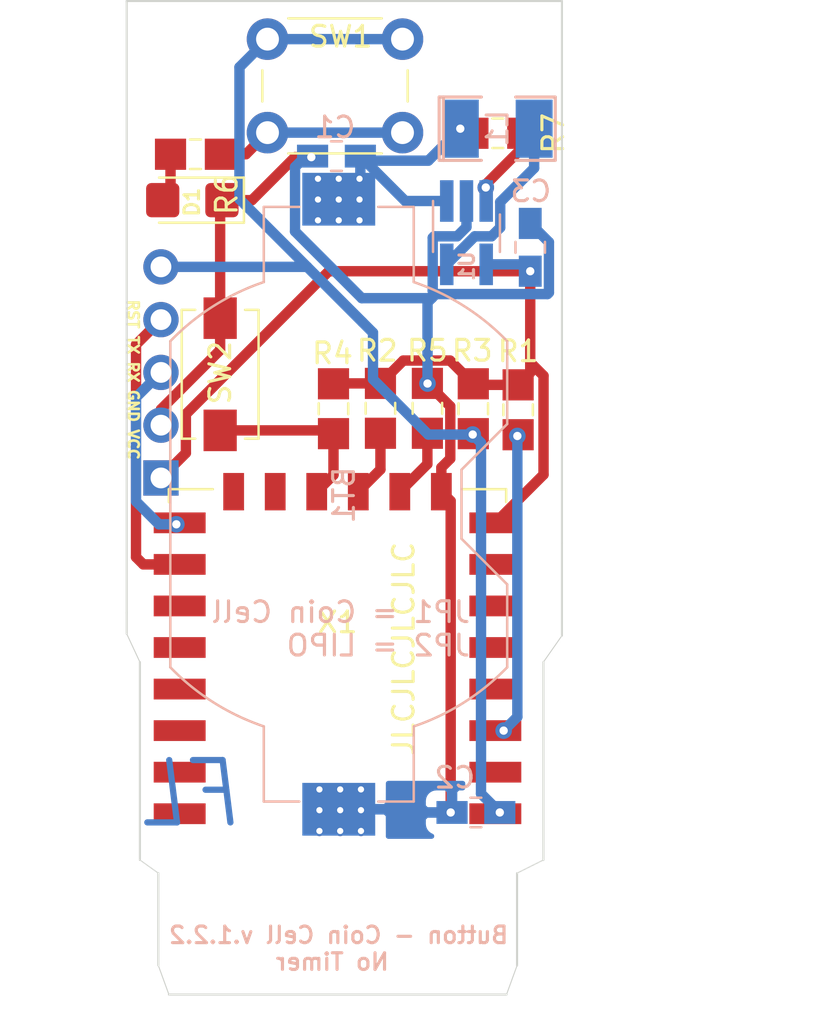
<source format=kicad_pcb>
(kicad_pcb (version 20171130) (host pcbnew "(5.1.9)-1")

  (general
    (thickness 1.6)
    (drawings 23)
    (tracks 140)
    (zones 0)
    (modules 18)
    (nets 15)
  )

  (page A4)
  (layers
    (0 F.Cu signal)
    (31 B.Cu signal)
    (32 B.Adhes user)
    (33 F.Adhes user)
    (34 B.Paste user)
    (35 F.Paste user)
    (36 B.SilkS user)
    (37 F.SilkS user)
    (38 B.Mask user)
    (39 F.Mask user)
    (40 Dwgs.User user)
    (41 Cmts.User user)
    (42 Eco1.User user)
    (43 Eco2.User user)
    (44 Edge.Cuts user)
    (45 Margin user)
    (46 B.CrtYd user hide)
    (47 F.CrtYd user hide)
    (48 B.Fab user hide)
    (49 F.Fab user)
  )

  (setup
    (last_trace_width 0.25)
    (user_trace_width 0.5)
    (trace_clearance 0.1)
    (zone_clearance 0.508)
    (zone_45_only no)
    (trace_min 0.2)
    (via_size 0.8)
    (via_drill 0.4)
    (via_min_size 0.4)
    (via_min_drill 0.3)
    (user_via 0.5 0.3)
    (uvia_size 0.3)
    (uvia_drill 0.1)
    (uvias_allowed no)
    (uvia_min_size 0.2)
    (uvia_min_drill 0.1)
    (edge_width 0.05)
    (segment_width 0.2)
    (pcb_text_width 0.3)
    (pcb_text_size 1.5 1.5)
    (mod_edge_width 0.12)
    (mod_text_size 1 1)
    (mod_text_width 0.15)
    (pad_size 1.524 1.524)
    (pad_drill 0.762)
    (pad_to_mask_clearance 0.051)
    (solder_mask_min_width 0.25)
    (aux_axis_origin 0 0)
    (visible_elements 7FFFFFFF)
    (pcbplotparams
      (layerselection 0x010fc_ffffffff)
      (usegerberextensions false)
      (usegerberattributes false)
      (usegerberadvancedattributes true)
      (creategerberjobfile false)
      (excludeedgelayer true)
      (linewidth 0.150000)
      (plotframeref false)
      (viasonmask false)
      (mode 1)
      (useauxorigin true)
      (hpglpennumber 1)
      (hpglpenspeed 20)
      (hpglpendiameter 15.000000)
      (psnegative false)
      (psa4output false)
      (plotreference true)
      (plotvalue true)
      (plotinvisibletext false)
      (padsonsilk false)
      (subtractmaskfromsilk false)
      (outputformat 1)
      (mirror false)
      (drillshape 0)
      (scaleselection 1)
      (outputdirectory "Gerber/"))
  )

  (net 0 "")
  (net 1 /VCC)
  (net 2 /GND)
  (net 3 /RST)
  (net 4 /RX)
  (net 5 /TX)
  (net 6 /EN)
  (net 7 /GPIO2)
  (net 8 /GPIO0)
  (net 9 "Net-(BT1-Pad1)")
  (net 10 "Net-(L1-Pad2)")
  (net 11 /GPIO15)
  (net 12 "Net-(R7-Pad2)")
  (net 13 "Net-(D1-Pad2)")
  (net 14 "Net-(R6-Pad2)")

  (net_class Default "This is the default net class."
    (clearance 0.1)
    (trace_width 0.25)
    (via_dia 0.8)
    (via_drill 0.4)
    (uvia_dia 0.3)
    (uvia_drill 0.1)
    (add_net /EN)
    (add_net /GND)
    (add_net /GPIO0)
    (add_net /GPIO15)
    (add_net /GPIO2)
    (add_net /RST)
    (add_net /RX)
    (add_net /TX)
    (add_net /VCC)
    (add_net "Net-(BT1-Pad1)")
    (add_net "Net-(D1-Pad2)")
    (add_net "Net-(L1-Pad2)")
    (add_net "Net-(R6-Pad2)")
    (add_net "Net-(R7-Pad2)")
  )

  (module RF_Module:ESP-12E (layer F.Cu) (tedit 60343609) (tstamp 603269A6)
    (at 125.72 90.16 180)
    (descr "Wi-Fi Module, http://wiki.ai-thinker.com/_media/esp8266/docs/aithinker_esp_12f_datasheet_en.pdf")
    (tags "Wi-Fi Module")
    (path /602C0443)
    (attr smd)
    (fp_text reference X1 (at 0 5.715 180) (layer F.SilkS)
      (effects (font (size 1 1) (thickness 0.15)))
    )
    (fp_text value ESP-12E (at -0.06 -12.78 180) (layer F.Fab)
      (effects (font (size 1 1) (thickness 0.15)))
    )
    (fp_line (start -8 -12) (end 8 -12) (layer F.Fab) (width 0.12))
    (fp_line (start 8 -12) (end 8 12) (layer F.Fab) (width 0.12))
    (fp_line (start 8 12) (end -8 12) (layer F.Fab) (width 0.12))
    (fp_line (start -8 12) (end -8 -3) (layer F.Fab) (width 0.12))
    (fp_line (start -8 -3) (end -7.5 -3.5) (layer F.Fab) (width 0.12))
    (fp_line (start -7.5 -3.5) (end -8 -4) (layer F.Fab) (width 0.12))
    (fp_line (start -8 -4) (end -8 -12) (layer F.Fab) (width 0.12))
    (fp_line (start -9.05 -12.2) (end 9.05 -12.2) (layer F.CrtYd) (width 0.05))
    (fp_line (start 9.05 -12.2) (end 9.05 13.1) (layer F.CrtYd) (width 0.05))
    (fp_line (start 9.05 13.1) (end -9.05 13.1) (layer F.CrtYd) (width 0.05))
    (fp_line (start -9.05 13.1) (end -9.05 -12.2) (layer F.CrtYd) (width 0.05))
    (fp_line (start 8.12 11.5) (end 8.12 12.12) (layer F.SilkS) (width 0.12))
    (fp_line (start 8.12 12.12) (end 6 12.12) (layer F.SilkS) (width 0.12))
    (fp_line (start -6 12.12) (end -8.12 12.12) (layer F.SilkS) (width 0.12))
    (fp_line (start -8.12 12.12) (end -8.12 11.5) (layer F.SilkS) (width 0.12))
    (fp_line (start -8.12 -12.12) (end 8.12 -12.12) (layer Dwgs.User) (width 0.12))
    (fp_line (start 8.12 -12.12) (end 8.12 -4.8) (layer Dwgs.User) (width 0.12))
    (fp_line (start 8.12 -4.8) (end -8.12 -4.8) (layer Dwgs.User) (width 0.12))
    (fp_line (start -8.12 -4.8) (end -8.12 -12.12) (layer Dwgs.User) (width 0.12))
    (fp_line (start -8.12 -9.12) (end -5.12 -12.12) (layer Dwgs.User) (width 0.12))
    (fp_line (start -8.12 -6.12) (end -2.12 -12.12) (layer Dwgs.User) (width 0.12))
    (fp_line (start -6.44 -4.8) (end 0.88 -12.12) (layer Dwgs.User) (width 0.12))
    (fp_line (start -3.44 -4.8) (end 3.88 -12.12) (layer Dwgs.User) (width 0.12))
    (fp_line (start -0.44 -4.8) (end 6.88 -12.12) (layer Dwgs.User) (width 0.12))
    (fp_line (start 2.56 -4.8) (end 8.12 -10.36) (layer Dwgs.User) (width 0.12))
    (fp_line (start 5.56 -4.8) (end 8.12 -7.36) (layer Dwgs.User) (width 0.12))
    (fp_text user %R (at 0.49 -0.8 180) (layer F.Fab)
      (effects (font (size 1 1) (thickness 0.15)))
    )
    (fp_text user "KEEP-OUT ZONE" (at 0.03 -9.55) (layer Cmts.User)
      (effects (font (size 1 1) (thickness 0.15)))
    )
    (fp_text user Antenna (at -0.06 -7) (layer Cmts.User)
      (effects (font (size 1 1) (thickness 0.15)))
    )
    (pad 22 smd rect (at 7.6 -3.5 180) (size 2.5 1) (layers F.Cu F.Paste F.Mask))
    (pad 21 smd rect (at 7.6 -1.5 180) (size 2.5 1) (layers F.Cu F.Paste F.Mask))
    (pad 20 smd rect (at 7.6 0.5 180) (size 2.5 1) (layers F.Cu F.Paste F.Mask))
    (pad 19 smd rect (at 7.6 2.5 180) (size 2.5 1) (layers F.Cu F.Paste F.Mask))
    (pad 18 smd rect (at 7.6 4.5 180) (size 2.5 1) (layers F.Cu F.Paste F.Mask))
    (pad 17 smd rect (at 7.6 6.5 180) (size 2.5 1) (layers F.Cu F.Paste F.Mask))
    (pad 16 smd rect (at 7.6 8.5 180) (size 2.5 1) (layers F.Cu F.Paste F.Mask)
      (net 5 /TX))
    (pad 15 smd rect (at 7.6 10.5 180) (size 2.5 1) (layers F.Cu F.Paste F.Mask)
      (net 4 /RX))
    (pad 14 smd rect (at 5 12 180) (size 1 1.8) (layers F.Cu F.Paste F.Mask))
    (pad 13 smd rect (at 3 12 180) (size 1 1.8) (layers F.Cu F.Paste F.Mask))
    (pad 12 smd rect (at 1 12 180) (size 1 1.8) (layers F.Cu F.Paste F.Mask)
      (net 8 /GPIO0))
    (pad 11 smd rect (at -1 12 180) (size 1 1.8) (layers F.Cu F.Paste F.Mask)
      (net 7 /GPIO2))
    (pad 10 smd rect (at -3 12 180) (size 1 1.8) (layers F.Cu F.Paste F.Mask)
      (net 11 /GPIO15))
    (pad 9 smd rect (at -5 12 180) (size 1 1.8) (layers F.Cu F.Paste F.Mask)
      (net 2 /GND))
    (pad 8 smd rect (at -7.6 10.5 180) (size 2.5 1) (layers F.Cu F.Paste F.Mask)
      (net 1 /VCC))
    (pad 7 smd rect (at -7.6 8.5 180) (size 2.5 1) (layers F.Cu F.Paste F.Mask))
    (pad 6 smd rect (at -7.6 6.5 180) (size 2.5 1) (layers F.Cu F.Paste F.Mask))
    (pad 5 smd rect (at -7.6 4.5 180) (size 2.5 1) (layers F.Cu F.Paste F.Mask))
    (pad 4 smd rect (at -7.6 2.5 180) (size 2.5 1) (layers F.Cu F.Paste F.Mask))
    (pad 3 smd rect (at -7.6 0.5 180) (size 2.5 1) (layers F.Cu F.Paste F.Mask)
      (net 6 /EN))
    (pad 2 smd rect (at -7.6 -1.5 180) (size 2.5 1) (layers F.Cu F.Paste F.Mask))
    (pad 1 smd rect (at -7.6 -3.5 180) (size 2.5 1) (layers F.Cu F.Paste F.Mask)
      (net 3 /RST))
    (model ${KISYS3DMOD}/RF_Module.3dshapes/ESP-12E.wrl
      (at (xyz 0 0 0))
      (scale (xyz 1 1 1))
      (rotate (xyz 0 0 0))
    )
  )

  (module handsolder:SMD-1210_Pol_inductor (layer B.Cu) (tedit 592F1991) (tstamp 60341854)
    (at 133.41 60.69)
    (tags "CMS SM")
    (path /602E234D)
    (attr smd)
    (fp_text reference L1 (at 0.015 -0.015 -90) (layer B.SilkS)
      (effects (font (size 1 1) (thickness 0.15)) (justify mirror))
    )
    (fp_text value "4.7 uH" (at 0 -0.762) (layer B.Fab)
      (effects (font (size 1 1) (thickness 0.15)) (justify mirror))
    )
    (fp_line (start -2.794 -1.524) (end -0.762 -1.524) (layer B.SilkS) (width 0.15))
    (fp_line (start -2.594 1.524) (end -2.594 -1.524) (layer B.SilkS) (width 0.15))
    (fp_line (start -0.762 1.524) (end -2.794 1.524) (layer B.SilkS) (width 0.15))
    (fp_line (start 2.794 1.524) (end 0.889 1.524) (layer B.SilkS) (width 0.15))
    (fp_line (start 2.794 -1.524) (end 2.794 1.524) (layer B.SilkS) (width 0.15))
    (fp_line (start 0.889 -1.524) (end 2.794 -1.524) (layer B.SilkS) (width 0.15))
    (fp_line (start -2.794 1.524) (end -2.794 -1.524) (layer B.SilkS) (width 0.15))
    (pad 1 smd rect (at -1.778 0) (size 1.778 2.794) (layers B.Cu B.Paste B.Mask)
      (net 9 "Net-(BT1-Pad1)") (zone_connect 2))
    (pad 2 smd rect (at 1.778 0) (size 1.778 2.794) (layers B.Cu B.Paste B.Mask)
      (net 10 "Net-(L1-Pad2)"))
    (model SMD_Packages.3dshapes/SMD-1210_Pol.wrl
      (at (xyz 0 0 0))
      (scale (xyz 0.2 0.2 0.2))
      (rotate (xyz 0 0 0))
    )
  )

  (module Connector_PinHeader_2.54mm:PinHeader_1x05_P2.54mm_Vertical (layer F.Cu) (tedit 6033F431) (tstamp 60326824)
    (at 117.22 77.5 180)
    (descr "Through hole straight pin header, 1x05, 2.54mm pitch, single row")
    (tags "Through hole pin header THT 1x05 2.54mm single row")
    (path /60301345)
    (fp_text reference J1 (at -2.6162 -0.9652 180) (layer F.SilkS) hide
      (effects (font (size 1 1) (thickness 0.15)))
    )
    (fp_text value Conn_01x05_Female (at 0.03 12.52 180) (layer F.Fab)
      (effects (font (size 1 1) (thickness 0.15)))
    )
    (fp_line (start -0.635 -1.27) (end 1.27 -1.27) (layer F.Fab) (width 0.1))
    (fp_line (start 1.27 -1.27) (end 1.27 11.43) (layer F.Fab) (width 0.1))
    (fp_line (start 1.27 11.43) (end -1.27 11.43) (layer F.Fab) (width 0.1))
    (fp_line (start -1.27 11.43) (end -1.27 -0.635) (layer F.Fab) (width 0.1))
    (fp_line (start -1.27 -0.635) (end -0.635 -1.27) (layer F.Fab) (width 0.1))
    (fp_line (start -1.8 -1.8) (end -1.8 11.95) (layer F.CrtYd) (width 0.05))
    (fp_line (start -1.8 11.95) (end 1.8 11.95) (layer F.CrtYd) (width 0.05))
    (fp_line (start 1.8 11.95) (end 1.8 -1.8) (layer F.CrtYd) (width 0.05))
    (fp_line (start 1.8 -1.8) (end -1.8 -1.8) (layer F.CrtYd) (width 0.05))
    (fp_text user %R (at 0 5.08 270) (layer F.Fab)
      (effects (font (size 1 1) (thickness 0.15)))
    )
    (pad 5 thru_hole oval (at 0 10.16 180) (size 1.7 1.7) (drill 1) (layers *.Cu *.Mask)
      (net 3 /RST))
    (pad 4 thru_hole oval (at 0 7.62 180) (size 1.7 1.7) (drill 1) (layers *.Cu *.Mask)
      (net 5 /TX))
    (pad 3 thru_hole oval (at 0 5.08 180) (size 1.7 1.7) (drill 1) (layers *.Cu *.Mask)
      (net 4 /RX))
    (pad 2 thru_hole oval (at 0 2.54 180) (size 1.7 1.7) (drill 1) (layers *.Cu *.Mask)
      (net 2 /GND))
    (pad 1 thru_hole rect (at 0 0 180) (size 1.7 1.7) (drill 1) (layers *.Cu *.Mask)
      (net 1 /VCC))
    (model ${KISYS3DMOD}/Connector_PinHeader_2.54mm.3dshapes/PinHeader_1x05_P2.54mm_Vertical.wrl
      (at (xyz 0 0 0))
      (scale (xyz 1 1 1))
      (rotate (xyz 0 0 0))
    )
  )

  (module handsolder:SOT-23-5_HandSolderingmod (layer B.Cu) (tedit 60023824) (tstamp 60329F06)
    (at 131.93 65.72 270)
    (descr "5-pin SOT23 package")
    (tags "SOT-23-5 hand-soldering")
    (path /6033543B)
    (attr smd)
    (fp_text reference U1 (at 1.58496 -0.02032 90) (layer B.SilkS)
      (effects (font (size 0.7 0.7) (thickness 0.15)) (justify mirror))
    )
    (fp_text value TPS61097A (at 10.287 -1.143 270) (layer B.SilkS) hide
      (effects (font (size 1 1) (thickness 0.15)) (justify mirror))
    )
    (fp_line (start -0.9 -1.61) (end 0.9 -1.61) (layer B.SilkS) (width 0.12))
    (fp_line (start 0.9 1.61) (end -1.55 1.61) (layer B.SilkS) (width 0.12))
    (fp_line (start -0.9 0.9) (end -0.25 1.55) (layer B.Fab) (width 0.1))
    (fp_line (start 0.9 1.55) (end -0.25 1.55) (layer B.Fab) (width 0.1))
    (fp_line (start -0.9 0.9) (end -0.9 -1.55) (layer B.Fab) (width 0.1))
    (fp_line (start 0.9 -1.55) (end -0.9 -1.55) (layer B.Fab) (width 0.1))
    (fp_line (start 0.9 1.55) (end 0.9 -1.55) (layer B.Fab) (width 0.1))
    (fp_line (start -2.38 1.8) (end 2.38 1.8) (layer B.CrtYd) (width 0.05))
    (fp_line (start -2.38 1.8) (end -2.38 -1.8) (layer B.CrtYd) (width 0.05))
    (fp_line (start 2.38 -1.8) (end 2.38 1.8) (layer B.CrtYd) (width 0.05))
    (fp_line (start 2.38 -1.8) (end -2.38 -1.8) (layer B.CrtYd) (width 0.05))
    (fp_text user %R (at 0 0) (layer B.Fab)
      (effects (font (size 0.5 0.5) (thickness 0.075)) (justify mirror))
    )
    (pad 5 smd rect (at 1.5 0.95 270) (size 2 0.65) (layers B.Cu B.Paste B.Mask)
      (net 10 "Net-(L1-Pad2)"))
    (pad 4 smd rect (at 1.5 -0.95 270) (size 2 0.65) (layers B.Cu B.Paste B.Mask)
      (net 1 /VCC))
    (pad 3 smd rect (at -1.55 -0.95 270) (size 2 0.65) (layers B.Cu B.Paste B.Mask)
      (net 12 "Net-(R7-Pad2)"))
    (pad 2 smd trapezoid (at -1.55 0 270) (size 2 0.65) (layers B.Cu B.Paste B.Mask)
      (net 2 /GND))
    (pad 1 smd rect (at -1.55 0.95 270) (size 2 0.65) (layers B.Cu B.Paste B.Mask)
      (net 9 "Net-(BT1-Pad1)"))
    (model ${KISYS3DMOD}/Package_TO_SOT_SMD.3dshapes/SOT-23-5.wrl
      (at (xyz 0 0 0))
      (scale (xyz 1 1 1))
      (rotate (xyz 0 0 0))
    )
  )

  (module handsolder:C_0805_2012handsodermod (layer B.Cu) (tedit 60326176) (tstamp 603267C3)
    (at 125.67 62.01)
    (descr "Capacitor SMD 0805 (2012 Metric), square (rectangular) end terminal, IPC_7351 nominal with elongated pad for handsoldering. (Body size source: https://docs.google.com/spreadsheets/d/1BsfQQcO9C6DZCsRaXUlFlo91Tg2WpOkGARC1WS5S8t0/edit?usp=sharing), generated with kicad-footprint-generator")
    (tags "capacitor handsolder")
    (path /602D0C1F)
    (attr smd)
    (fp_text reference C1 (at -0.07 -1.385 180) (layer B.SilkS)
      (effects (font (size 1 1) (thickness 0.15)) (justify mirror))
    )
    (fp_text value 10uF (at 0 -1.65 180) (layer B.Fab) hide
      (effects (font (size 1 1) (thickness 0.15)) (justify mirror))
    )
    (fp_line (start -1 -0.6) (end -1 0.6) (layer B.Fab) (width 0.1))
    (fp_line (start -1 0.6) (end 1 0.6) (layer B.Fab) (width 0.1))
    (fp_line (start 1 0.6) (end 1 -0.6) (layer B.Fab) (width 0.1))
    (fp_line (start 1 -0.6) (end -1 -0.6) (layer B.Fab) (width 0.1))
    (fp_line (start -0.261252 0.71) (end 0.261252 0.71) (layer B.SilkS) (width 0.12))
    (fp_line (start -0.261252 -0.71) (end 0.261252 -0.71) (layer B.SilkS) (width 0.12))
    (fp_line (start -2 -0.85) (end -2 0.85) (layer B.CrtYd) (width 0.05))
    (fp_line (start -2 0.85) (end 2.05 0.85) (layer B.CrtYd) (width 0.05))
    (fp_line (start 2.05 0.85) (end 2.05 -0.85) (layer B.CrtYd) (width 0.05))
    (fp_line (start 2.05 -0.85) (end -2 -0.85) (layer B.CrtYd) (width 0.05))
    (fp_text user %R (at 0 0 180) (layer B.Fab)
      (effects (font (size 0.5 0.5) (thickness 0.08)) (justify mirror))
    )
    (pad 2 smd rect (at 1.15 0) (size 1.5 1.1) (layers B.Cu B.Paste B.Mask)
      (net 9 "Net-(BT1-Pad1)"))
    (pad 1 smd rect (at -1.15 0) (size 1.5 1.1) (layers B.Cu B.Paste B.Mask)
      (net 2 /GND))
    (model ${KISYS3DMOD}/Capacitor_SMD.3dshapes/C_0805_2012Metric.wrl
      (at (xyz 0 0 0))
      (scale (xyz 1 1 1))
      (rotate (xyz 0 0 0))
    )
  )

  (module Button_Switch_SMD:SW_SPST_EVQPE1 (layer F.Cu) (tedit 5A02FC95) (tstamp 6032692A)
    (at 120.07 72.51 90)
    (descr "Light Touch Switch, https://industrial.panasonic.com/cdbs/www-data/pdf/ATK0000/ATK0000CE7.pdf")
    (path /602CDBD4)
    (attr smd)
    (fp_text reference SW2 (at 0.0762 0 90) (layer F.SilkS)
      (effects (font (size 1 1) (thickness 0.15)))
    )
    (fp_text value SW_Push (at 0 3 90) (layer F.Fab)
      (effects (font (size 1 1) (thickness 0.15)))
    )
    (fp_line (start 3 -1.75) (end 3 1.75) (layer F.Fab) (width 0.1))
    (fp_line (start 3 1.75) (end -3 1.75) (layer F.Fab) (width 0.1))
    (fp_line (start -3 1.75) (end -3 -1.75) (layer F.Fab) (width 0.1))
    (fp_line (start -3 -1.75) (end 3 -1.75) (layer F.Fab) (width 0.1))
    (fp_line (start -1.4 -0.7) (end 1.4 -0.7) (layer F.Fab) (width 0.1))
    (fp_line (start 1.4 -0.7) (end 1.4 0.7) (layer F.Fab) (width 0.1))
    (fp_line (start 1.4 0.7) (end -1.4 0.7) (layer F.Fab) (width 0.1))
    (fp_line (start -1.4 0.7) (end -1.4 -0.7) (layer F.Fab) (width 0.1))
    (fp_line (start -3.95 -2) (end 3.95 -2) (layer F.CrtYd) (width 0.05))
    (fp_line (start 3.95 -2) (end 3.95 2) (layer F.CrtYd) (width 0.05))
    (fp_line (start 3.95 2) (end -3.95 2) (layer F.CrtYd) (width 0.05))
    (fp_line (start -3.95 2) (end -3.95 -2) (layer F.CrtYd) (width 0.05))
    (fp_line (start 3.1 -1.85) (end 3.1 -1.2) (layer F.SilkS) (width 0.12))
    (fp_line (start 3.1 1.85) (end 3.1 1.2) (layer F.SilkS) (width 0.12))
    (fp_line (start -3.1 1.2) (end -3.1 1.85) (layer F.SilkS) (width 0.12))
    (fp_line (start -3.1 -1.85) (end -3.1 -1.2) (layer F.SilkS) (width 0.12))
    (fp_line (start 3.1 -1.85) (end -3.1 -1.85) (layer F.SilkS) (width 0.12))
    (fp_line (start -3.1 1.85) (end 3.1 1.85) (layer F.SilkS) (width 0.12))
    (fp_text user %R (at 0 -2.65 90) (layer F.Fab)
      (effects (font (size 1 1) (thickness 0.15)))
    )
    (pad 1 smd rect (at -2.7 0 90) (size 2 1.6) (layers F.Cu F.Paste F.Mask)
      (net 8 /GPIO0))
    (pad 2 smd rect (at 2.7 0 90) (size 2 1.6) (layers F.Cu F.Paste F.Mask)
      (net 2 /GND))
    (model ${KISYS3DMOD}/Button_Switch_SMD.3dshapes/SW_SPST_EVQPE1.wrl
      (at (xyz 0 0 0))
      (scale (xyz 1 1 1))
      (rotate (xyz 0 0 0))
    )
  )

  (module Button_Switch_THT:SW_PUSH_6mm (layer F.Cu) (tedit 5A02FE31) (tstamp 60326911)
    (at 122.35 56.38)
    (descr https://www.omron.com/ecb/products/pdf/en-b3f.pdf)
    (tags "tact sw push 6mm")
    (path /602CFCB7)
    (fp_text reference SW1 (at 3.52 -0.12) (layer F.SilkS)
      (effects (font (size 1 1) (thickness 0.15)))
    )
    (fp_text value SW_Push (at 3.75 6.7) (layer F.Fab)
      (effects (font (size 1 1) (thickness 0.15)))
    )
    (fp_line (start 3.25 -0.75) (end 6.25 -0.75) (layer F.Fab) (width 0.1))
    (fp_line (start 6.25 -0.75) (end 6.25 5.25) (layer F.Fab) (width 0.1))
    (fp_line (start 6.25 5.25) (end 0.25 5.25) (layer F.Fab) (width 0.1))
    (fp_line (start 0.25 5.25) (end 0.25 -0.75) (layer F.Fab) (width 0.1))
    (fp_line (start 0.25 -0.75) (end 3.25 -0.75) (layer F.Fab) (width 0.1))
    (fp_line (start 7.75 6) (end 8 6) (layer F.CrtYd) (width 0.05))
    (fp_line (start 8 6) (end 8 5.75) (layer F.CrtYd) (width 0.05))
    (fp_line (start 7.75 -1.5) (end 8 -1.5) (layer F.CrtYd) (width 0.05))
    (fp_line (start 8 -1.5) (end 8 -1.25) (layer F.CrtYd) (width 0.05))
    (fp_line (start -1.5 -1.25) (end -1.5 -1.5) (layer F.CrtYd) (width 0.05))
    (fp_line (start -1.5 -1.5) (end -1.25 -1.5) (layer F.CrtYd) (width 0.05))
    (fp_line (start -1.5 5.75) (end -1.5 6) (layer F.CrtYd) (width 0.05))
    (fp_line (start -1.5 6) (end -1.25 6) (layer F.CrtYd) (width 0.05))
    (fp_line (start -1.25 -1.5) (end 7.75 -1.5) (layer F.CrtYd) (width 0.05))
    (fp_line (start -1.5 5.75) (end -1.5 -1.25) (layer F.CrtYd) (width 0.05))
    (fp_line (start 7.75 6) (end -1.25 6) (layer F.CrtYd) (width 0.05))
    (fp_line (start 8 -1.25) (end 8 5.75) (layer F.CrtYd) (width 0.05))
    (fp_line (start 1 5.5) (end 5.5 5.5) (layer F.SilkS) (width 0.12))
    (fp_line (start -0.25 1.5) (end -0.25 3) (layer F.SilkS) (width 0.12))
    (fp_line (start 5.5 -1) (end 1 -1) (layer F.SilkS) (width 0.12))
    (fp_line (start 6.75 3) (end 6.75 1.5) (layer F.SilkS) (width 0.12))
    (fp_circle (center 3.25 2.25) (end 1.25 2.5) (layer F.Fab) (width 0.1))
    (fp_text user %R (at 3.25 2.25) (layer F.Fab)
      (effects (font (size 1 1) (thickness 0.15)))
    )
    (pad 1 thru_hole circle (at 6.5 0 90) (size 2 2) (drill 1.1) (layers *.Cu *.Mask)
      (net 3 /RST))
    (pad 2 thru_hole circle (at 6.5 4.5 90) (size 2 2) (drill 1.1) (layers *.Cu *.Mask)
      (net 14 "Net-(R6-Pad2)"))
    (pad 1 thru_hole circle (at 0 0 90) (size 2 2) (drill 1.1) (layers *.Cu *.Mask)
      (net 3 /RST))
    (pad 2 thru_hole circle (at 0 4.5 90) (size 2 2) (drill 1.1) (layers *.Cu *.Mask)
      (net 14 "Net-(R6-Pad2)"))
    (model ${KISYS3DMOD}/Button_Switch_THT.3dshapes/SW_PUSH_6mm.wrl
      (at (xyz 0 0 0))
      (scale (xyz 1 1 1))
      (rotate (xyz 0 0 0))
    )
  )

  (module handsolder:R_0805_2012handsoldermod (layer F.Cu) (tedit 60004565) (tstamp 603268D0)
    (at 133.44 60.91)
    (descr "Resistor SMD 0805 (2012 Metric), square (rectangular) end terminal, IPC_7351 nominal with elongated pad for handsoldering. (Body size source: https://docs.google.com/spreadsheets/d/1BsfQQcO9C6DZCsRaXUlFlo91Tg2WpOkGARC1WS5S8t0/edit?usp=sharing), generated with kicad-footprint-generator")
    (tags "resistor handsolder")
    (path /602F7A06)
    (attr smd)
    (fp_text reference R7 (at 2.667 0 270) (layer F.SilkS)
      (effects (font (size 1 1) (thickness 0.15)))
    )
    (fp_text value 100k (at 0 1.65) (layer F.Fab) hide
      (effects (font (size 1 1) (thickness 0.15)))
    )
    (fp_line (start -1 0.6) (end -1 -0.6) (layer F.Fab) (width 0.1))
    (fp_line (start -1 -0.6) (end 1 -0.6) (layer F.Fab) (width 0.1))
    (fp_line (start 1 -0.6) (end 1 0.6) (layer F.Fab) (width 0.1))
    (fp_line (start 1 0.6) (end -1 0.6) (layer F.Fab) (width 0.1))
    (fp_line (start -0.261252 -0.71) (end 0.261252 -0.71) (layer F.SilkS) (width 0.12))
    (fp_line (start -0.261252 0.71) (end 0.261252 0.71) (layer F.SilkS) (width 0.12))
    (fp_line (start -2.05 0.95) (end -2.05 -0.95) (layer F.CrtYd) (width 0.05))
    (fp_line (start -2.05 -0.95) (end 2.05 -0.95) (layer F.CrtYd) (width 0.05))
    (fp_line (start 2.05 -0.95) (end 2.05 0.95) (layer F.CrtYd) (width 0.05))
    (fp_line (start 2.05 0.95) (end -2.05 0.95) (layer F.CrtYd) (width 0.05))
    (fp_text user %R (at 0 0) (layer F.Fab)
      (effects (font (size 0.5 0.5) (thickness 0.08)))
    )
    (pad 2 smd rect (at 1.2 0) (size 1.5 1.5) (layers F.Cu F.Paste F.Mask)
      (net 12 "Net-(R7-Pad2)"))
    (pad 1 smd rect (at -1.2 0) (size 1.5 1.5) (layers F.Cu F.Paste F.Mask)
      (net 9 "Net-(BT1-Pad1)"))
    (model ${KISYS3DMOD}/Resistor_SMD.3dshapes/R_0805_2012Metric.wrl
      (at (xyz 0 0 0))
      (scale (xyz 1 1 1))
      (rotate (xyz 0 0 0))
    )
  )

  (module handsolder:R_0805_2012handsoldermod (layer F.Cu) (tedit 60004565) (tstamp 603268BF)
    (at 118.88 61.92)
    (descr "Resistor SMD 0805 (2012 Metric), square (rectangular) end terminal, IPC_7351 nominal with elongated pad for handsoldering. (Body size source: https://docs.google.com/spreadsheets/d/1BsfQQcO9C6DZCsRaXUlFlo91Tg2WpOkGARC1WS5S8t0/edit?usp=sharing), generated with kicad-footprint-generator")
    (tags "resistor handsolder")
    (path /602D454A)
    (attr smd)
    (fp_text reference R6 (at 1.5035 1.94 270) (layer F.SilkS)
      (effects (font (size 1 1) (thickness 0.15)))
    )
    (fp_text value 1k (at 0 1.65) (layer F.Fab) hide
      (effects (font (size 1 1) (thickness 0.15)))
    )
    (fp_line (start -1 0.6) (end -1 -0.6) (layer F.Fab) (width 0.1))
    (fp_line (start -1 -0.6) (end 1 -0.6) (layer F.Fab) (width 0.1))
    (fp_line (start 1 -0.6) (end 1 0.6) (layer F.Fab) (width 0.1))
    (fp_line (start 1 0.6) (end -1 0.6) (layer F.Fab) (width 0.1))
    (fp_line (start -0.261252 -0.71) (end 0.261252 -0.71) (layer F.SilkS) (width 0.12))
    (fp_line (start -0.261252 0.71) (end 0.261252 0.71) (layer F.SilkS) (width 0.12))
    (fp_line (start -2.05 0.95) (end -2.05 -0.95) (layer F.CrtYd) (width 0.05))
    (fp_line (start -2.05 -0.95) (end 2.05 -0.95) (layer F.CrtYd) (width 0.05))
    (fp_line (start 2.05 -0.95) (end 2.05 0.95) (layer F.CrtYd) (width 0.05))
    (fp_line (start 2.05 0.95) (end -2.05 0.95) (layer F.CrtYd) (width 0.05))
    (fp_text user %R (at 0 0 180) (layer F.Fab)
      (effects (font (size 0.5 0.5) (thickness 0.08)))
    )
    (pad 2 smd rect (at 1.2 0) (size 1.5 1.5) (layers F.Cu F.Paste F.Mask)
      (net 14 "Net-(R6-Pad2)"))
    (pad 1 smd rect (at -1.2 0) (size 1.5 1.5) (layers F.Cu F.Paste F.Mask)
      (net 13 "Net-(D1-Pad2)"))
    (model ${KISYS3DMOD}/Resistor_SMD.3dshapes/R_0805_2012Metric.wrl
      (at (xyz 0 0 0))
      (scale (xyz 1 1 1))
      (rotate (xyz 0 0 0))
    )
  )

  (module handsolder:R_0805_2012handsoldermod (layer F.Cu) (tedit 60004565) (tstamp 603268AE)
    (at 130.048 74.1488 270)
    (descr "Resistor SMD 0805 (2012 Metric), square (rectangular) end terminal, IPC_7351 nominal with elongated pad for handsoldering. (Body size source: https://docs.google.com/spreadsheets/d/1BsfQQcO9C6DZCsRaXUlFlo91Tg2WpOkGARC1WS5S8t0/edit?usp=sharing), generated with kicad-footprint-generator")
    (tags "resistor handsolder")
    (path /602CA91E)
    (attr smd)
    (fp_text reference R5 (at -2.7748 0 180) (layer F.SilkS)
      (effects (font (size 1 1) (thickness 0.15)))
    )
    (fp_text value 4.7k (at 0 1.65 90) (layer F.Fab) hide
      (effects (font (size 1 1) (thickness 0.15)))
    )
    (fp_line (start -1 0.6) (end -1 -0.6) (layer F.Fab) (width 0.1))
    (fp_line (start -1 -0.6) (end 1 -0.6) (layer F.Fab) (width 0.1))
    (fp_line (start 1 -0.6) (end 1 0.6) (layer F.Fab) (width 0.1))
    (fp_line (start 1 0.6) (end -1 0.6) (layer F.Fab) (width 0.1))
    (fp_line (start -0.261252 -0.71) (end 0.261252 -0.71) (layer F.SilkS) (width 0.12))
    (fp_line (start -0.261252 0.71) (end 0.261252 0.71) (layer F.SilkS) (width 0.12))
    (fp_line (start -2.05 0.95) (end -2.05 -0.95) (layer F.CrtYd) (width 0.05))
    (fp_line (start -2.05 -0.95) (end 2.05 -0.95) (layer F.CrtYd) (width 0.05))
    (fp_line (start 2.05 -0.95) (end 2.05 0.95) (layer F.CrtYd) (width 0.05))
    (fp_line (start 2.05 0.95) (end -2.05 0.95) (layer F.CrtYd) (width 0.05))
    (fp_text user %R (at 0 0 90) (layer F.Fab)
      (effects (font (size 0.5 0.5) (thickness 0.08)))
    )
    (pad 2 smd rect (at 1.2 0 270) (size 1.5 1.5) (layers F.Cu F.Paste F.Mask)
      (net 11 /GPIO15))
    (pad 1 smd rect (at -1.2 0 270) (size 1.5 1.5) (layers F.Cu F.Paste F.Mask)
      (net 2 /GND))
    (model ${KISYS3DMOD}/Resistor_SMD.3dshapes/R_0805_2012Metric.wrl
      (at (xyz 0 0 0))
      (scale (xyz 1 1 1))
      (rotate (xyz 0 0 0))
    )
  )

  (module handsolder:R_0805_2012handsoldermod (layer F.Cu) (tedit 60004565) (tstamp 6032689D)
    (at 125.5268 74.168 270)
    (descr "Resistor SMD 0805 (2012 Metric), square (rectangular) end terminal, IPC_7351 nominal with elongated pad for handsoldering. (Body size source: https://docs.google.com/spreadsheets/d/1BsfQQcO9C6DZCsRaXUlFlo91Tg2WpOkGARC1WS5S8t0/edit?usp=sharing), generated with kicad-footprint-generator")
    (tags "resistor handsolder")
    (path /602CA541)
    (attr smd)
    (fp_text reference R4 (at -2.668 0.0468 180) (layer F.SilkS)
      (effects (font (size 1 1) (thickness 0.15)))
    )
    (fp_text value 10k (at 0 1.65 90) (layer F.Fab) hide
      (effects (font (size 1 1) (thickness 0.15)))
    )
    (fp_line (start -1 0.6) (end -1 -0.6) (layer F.Fab) (width 0.1))
    (fp_line (start -1 -0.6) (end 1 -0.6) (layer F.Fab) (width 0.1))
    (fp_line (start 1 -0.6) (end 1 0.6) (layer F.Fab) (width 0.1))
    (fp_line (start 1 0.6) (end -1 0.6) (layer F.Fab) (width 0.1))
    (fp_line (start -0.261252 -0.71) (end 0.261252 -0.71) (layer F.SilkS) (width 0.12))
    (fp_line (start -0.261252 0.71) (end 0.261252 0.71) (layer F.SilkS) (width 0.12))
    (fp_line (start -2.05 0.95) (end -2.05 -0.95) (layer F.CrtYd) (width 0.05))
    (fp_line (start -2.05 -0.95) (end 2.05 -0.95) (layer F.CrtYd) (width 0.05))
    (fp_line (start 2.05 -0.95) (end 2.05 0.95) (layer F.CrtYd) (width 0.05))
    (fp_line (start 2.05 0.95) (end -2.05 0.95) (layer F.CrtYd) (width 0.05))
    (fp_text user %R (at 0 0 90) (layer F.Fab)
      (effects (font (size 0.5 0.5) (thickness 0.08)))
    )
    (pad 2 smd rect (at 1.2 0 270) (size 1.5 1.5) (layers F.Cu F.Paste F.Mask)
      (net 8 /GPIO0))
    (pad 1 smd rect (at -1.2 0 270) (size 1.5 1.5) (layers F.Cu F.Paste F.Mask)
      (net 1 /VCC))
    (model ${KISYS3DMOD}/Resistor_SMD.3dshapes/R_0805_2012Metric.wrl
      (at (xyz 0 0 0))
      (scale (xyz 1 1 1))
      (rotate (xyz 0 0 0))
    )
  )

  (module handsolder:R_0805_2012handsoldermod (layer F.Cu) (tedit 60004565) (tstamp 6032688C)
    (at 132.2578 74.168 270)
    (descr "Resistor SMD 0805 (2012 Metric), square (rectangular) end terminal, IPC_7351 nominal with elongated pad for handsoldering. (Body size source: https://docs.google.com/spreadsheets/d/1BsfQQcO9C6DZCsRaXUlFlo91Tg2WpOkGARC1WS5S8t0/edit?usp=sharing), generated with kicad-footprint-generator")
    (tags "resistor handsolder")
    (path /602C7954)
    (attr smd)
    (fp_text reference R3 (at -2.794 0.0508 180) (layer F.SilkS)
      (effects (font (size 1 1) (thickness 0.15)))
    )
    (fp_text value 10k (at 0 1.65 90) (layer F.Fab) hide
      (effects (font (size 1 1) (thickness 0.15)))
    )
    (fp_line (start -1 0.6) (end -1 -0.6) (layer F.Fab) (width 0.1))
    (fp_line (start -1 -0.6) (end 1 -0.6) (layer F.Fab) (width 0.1))
    (fp_line (start 1 -0.6) (end 1 0.6) (layer F.Fab) (width 0.1))
    (fp_line (start 1 0.6) (end -1 0.6) (layer F.Fab) (width 0.1))
    (fp_line (start -0.261252 -0.71) (end 0.261252 -0.71) (layer F.SilkS) (width 0.12))
    (fp_line (start -0.261252 0.71) (end 0.261252 0.71) (layer F.SilkS) (width 0.12))
    (fp_line (start -2.05 0.95) (end -2.05 -0.95) (layer F.CrtYd) (width 0.05))
    (fp_line (start -2.05 -0.95) (end 2.05 -0.95) (layer F.CrtYd) (width 0.05))
    (fp_line (start 2.05 -0.95) (end 2.05 0.95) (layer F.CrtYd) (width 0.05))
    (fp_line (start 2.05 0.95) (end -2.05 0.95) (layer F.CrtYd) (width 0.05))
    (fp_text user %R (at 0 0 90) (layer F.Fab)
      (effects (font (size 0.5 0.5) (thickness 0.08)))
    )
    (pad 2 smd rect (at 1.2 0 270) (size 1.5 1.5) (layers F.Cu F.Paste F.Mask)
      (net 3 /RST))
    (pad 1 smd rect (at -1.2 0 270) (size 1.5 1.5) (layers F.Cu F.Paste F.Mask)
      (net 1 /VCC))
    (model ${KISYS3DMOD}/Resistor_SMD.3dshapes/R_0805_2012Metric.wrl
      (at (xyz 0 0 0))
      (scale (xyz 1 1 1))
      (rotate (xyz 0 0 0))
    )
  )

  (module handsolder:R_0805_2012handsoldermod (layer F.Cu) (tedit 60004565) (tstamp 6032687B)
    (at 127.7874 74.1488 270)
    (descr "Resistor SMD 0805 (2012 Metric), square (rectangular) end terminal, IPC_7351 nominal with elongated pad for handsoldering. (Body size source: https://docs.google.com/spreadsheets/d/1BsfQQcO9C6DZCsRaXUlFlo91Tg2WpOkGARC1WS5S8t0/edit?usp=sharing), generated with kicad-footprint-generator")
    (tags "resistor handsolder")
    (path /602CC605)
    (attr smd)
    (fp_text reference R2 (at -2.7748 0.1524 180) (layer F.SilkS)
      (effects (font (size 1 1) (thickness 0.15)))
    )
    (fp_text value 10k (at 0 1.65 90) (layer F.Fab) hide
      (effects (font (size 1 1) (thickness 0.15)))
    )
    (fp_line (start -1 0.6) (end -1 -0.6) (layer F.Fab) (width 0.1))
    (fp_line (start -1 -0.6) (end 1 -0.6) (layer F.Fab) (width 0.1))
    (fp_line (start 1 -0.6) (end 1 0.6) (layer F.Fab) (width 0.1))
    (fp_line (start 1 0.6) (end -1 0.6) (layer F.Fab) (width 0.1))
    (fp_line (start -0.261252 -0.71) (end 0.261252 -0.71) (layer F.SilkS) (width 0.12))
    (fp_line (start -0.261252 0.71) (end 0.261252 0.71) (layer F.SilkS) (width 0.12))
    (fp_line (start -2.05 0.95) (end -2.05 -0.95) (layer F.CrtYd) (width 0.05))
    (fp_line (start -2.05 -0.95) (end 2.05 -0.95) (layer F.CrtYd) (width 0.05))
    (fp_line (start 2.05 -0.95) (end 2.05 0.95) (layer F.CrtYd) (width 0.05))
    (fp_line (start 2.05 0.95) (end -2.05 0.95) (layer F.CrtYd) (width 0.05))
    (fp_text user %R (at 0 0 90) (layer F.Fab)
      (effects (font (size 0.5 0.5) (thickness 0.08)))
    )
    (pad 2 smd rect (at 1.2 0 270) (size 1.5 1.5) (layers F.Cu F.Paste F.Mask)
      (net 7 /GPIO2))
    (pad 1 smd rect (at -1.2 0 270) (size 1.5 1.5) (layers F.Cu F.Paste F.Mask)
      (net 1 /VCC))
    (model ${KISYS3DMOD}/Resistor_SMD.3dshapes/R_0805_2012Metric.wrl
      (at (xyz 0 0 0))
      (scale (xyz 1 1 1))
      (rotate (xyz 0 0 0))
    )
  )

  (module handsolder:R_0805_2012handsoldermod (layer F.Cu) (tedit 60004565) (tstamp 6032686A)
    (at 134.4168 74.2188 270)
    (descr "Resistor SMD 0805 (2012 Metric), square (rectangular) end terminal, IPC_7351 nominal with elongated pad for handsoldering. (Body size source: https://docs.google.com/spreadsheets/d/1BsfQQcO9C6DZCsRaXUlFlo91Tg2WpOkGARC1WS5S8t0/edit?usp=sharing), generated with kicad-footprint-generator")
    (tags "resistor handsolder")
    (path /602C727C)
    (attr smd)
    (fp_text reference R1 (at -2.8194 0 180) (layer F.SilkS)
      (effects (font (size 1 1) (thickness 0.15)))
    )
    (fp_text value 10k (at 0 1.65 90) (layer F.Fab) hide
      (effects (font (size 1 1) (thickness 0.15)))
    )
    (fp_line (start -1 0.6) (end -1 -0.6) (layer F.Fab) (width 0.1))
    (fp_line (start -1 -0.6) (end 1 -0.6) (layer F.Fab) (width 0.1))
    (fp_line (start 1 -0.6) (end 1 0.6) (layer F.Fab) (width 0.1))
    (fp_line (start 1 0.6) (end -1 0.6) (layer F.Fab) (width 0.1))
    (fp_line (start -0.261252 -0.71) (end 0.261252 -0.71) (layer F.SilkS) (width 0.12))
    (fp_line (start -0.261252 0.71) (end 0.261252 0.71) (layer F.SilkS) (width 0.12))
    (fp_line (start -2.05 0.95) (end -2.05 -0.95) (layer F.CrtYd) (width 0.05))
    (fp_line (start -2.05 -0.95) (end 2.05 -0.95) (layer F.CrtYd) (width 0.05))
    (fp_line (start 2.05 -0.95) (end 2.05 0.95) (layer F.CrtYd) (width 0.05))
    (fp_line (start 2.05 0.95) (end -2.05 0.95) (layer F.CrtYd) (width 0.05))
    (fp_text user %R (at 0 0 90) (layer F.Fab)
      (effects (font (size 0.5 0.5) (thickness 0.08)))
    )
    (pad 2 smd rect (at 1.2 0 270) (size 1.5 1.5) (layers F.Cu F.Paste F.Mask)
      (net 6 /EN))
    (pad 1 smd rect (at -1.2 0 270) (size 1.5 1.5) (layers F.Cu F.Paste F.Mask)
      (net 1 /VCC))
    (model ${KISYS3DMOD}/Resistor_SMD.3dshapes/R_0805_2012Metric.wrl
      (at (xyz 0 0 0))
      (scale (xyz 1 1 1))
      (rotate (xyz 0 0 0))
    )
  )

  (module LED_SMD:LED_1206_3216Metric_Castellated (layer F.Cu) (tedit 5F68FEF1) (tstamp 603267F8)
    (at 118.73 64.13 180)
    (descr "LED SMD 1206 (3216 Metric), castellated end terminal, IPC_7351 nominal, (Body size source: http://www.tortai-tech.com/upload/download/2011102023233369053.pdf), generated with kicad-footprint-generator")
    (tags "LED castellated")
    (path /602D28D1)
    (attr smd)
    (fp_text reference D1 (at 0.0176 -0.0922 90) (layer F.SilkS)
      (effects (font (size 0.7 0.7) (thickness 0.15)))
    )
    (fp_text value LED (at 0 1.78) (layer F.Fab)
      (effects (font (size 1 1) (thickness 0.15)))
    )
    (fp_line (start 1.6 -0.8) (end -1.2 -0.8) (layer F.Fab) (width 0.1))
    (fp_line (start -1.2 -0.8) (end -1.6 -0.4) (layer F.Fab) (width 0.1))
    (fp_line (start -1.6 -0.4) (end -1.6 0.8) (layer F.Fab) (width 0.1))
    (fp_line (start -1.6 0.8) (end 1.6 0.8) (layer F.Fab) (width 0.1))
    (fp_line (start 1.6 0.8) (end 1.6 -0.8) (layer F.Fab) (width 0.1))
    (fp_line (start 1.6 -1.085) (end -2.485 -1.085) (layer F.SilkS) (width 0.12))
    (fp_line (start -2.485 -1.085) (end -2.485 1.085) (layer F.SilkS) (width 0.12))
    (fp_line (start -2.485 1.085) (end 1.6 1.085) (layer F.SilkS) (width 0.12))
    (fp_line (start -2.48 1.08) (end -2.48 -1.08) (layer F.CrtYd) (width 0.05))
    (fp_line (start -2.48 -1.08) (end 2.48 -1.08) (layer F.CrtYd) (width 0.05))
    (fp_line (start 2.48 -1.08) (end 2.48 1.08) (layer F.CrtYd) (width 0.05))
    (fp_line (start 2.48 1.08) (end -2.48 1.08) (layer F.CrtYd) (width 0.05))
    (fp_text user %R (at 0 0) (layer F.Fab)
      (effects (font (size 0.8 0.8) (thickness 0.12)))
    )
    (pad 2 smd roundrect (at 1.425 0 180) (size 1.6 1.65) (layers F.Cu F.Paste F.Mask) (roundrect_rratio 0.15625)
      (net 13 "Net-(D1-Pad2)"))
    (pad 1 smd roundrect (at -1.425 0 180) (size 1.6 1.65) (layers F.Cu F.Paste F.Mask) (roundrect_rratio 0.15625)
      (net 2 /GND))
    (model ${KISYS3DMOD}/LED_SMD.3dshapes/LED_1206_3216Metric_Castellated.wrl
      (at (xyz 0 0 0))
      (scale (xyz 1 1 1))
      (rotate (xyz 0 0 0))
    )
  )

  (module handsolder:C_0805_2012handsodermod (layer B.Cu) (tedit 60004493) (tstamp 603267E5)
    (at 135 66.4 90)
    (descr "Capacitor SMD 0805 (2012 Metric), square (rectangular) end terminal, IPC_7351 nominal with elongated pad for handsoldering. (Body size source: https://docs.google.com/spreadsheets/d/1BsfQQcO9C6DZCsRaXUlFlo91Tg2WpOkGARC1WS5S8t0/edit?usp=sharing), generated with kicad-footprint-generator")
    (tags "capacitor handsolder")
    (path /602E3D4A)
    (attr smd)
    (fp_text reference C3 (at 2.7 0.03 180) (layer B.SilkS)
      (effects (font (size 1 1) (thickness 0.15)) (justify mirror))
    )
    (fp_text value 10uF (at 0 -1.65 90) (layer B.Fab) hide
      (effects (font (size 1 1) (thickness 0.15)) (justify mirror))
    )
    (fp_line (start -1 -0.6) (end -1 0.6) (layer B.Fab) (width 0.1))
    (fp_line (start -1 0.6) (end 1 0.6) (layer B.Fab) (width 0.1))
    (fp_line (start 1 0.6) (end 1 -0.6) (layer B.Fab) (width 0.1))
    (fp_line (start 1 -0.6) (end -1 -0.6) (layer B.Fab) (width 0.1))
    (fp_line (start -0.261252 0.71) (end 0.261252 0.71) (layer B.SilkS) (width 0.12))
    (fp_line (start -0.261252 -0.71) (end 0.261252 -0.71) (layer B.SilkS) (width 0.12))
    (fp_line (start -2 -0.95) (end -2 0.95) (layer B.CrtYd) (width 0.05))
    (fp_line (start -2 0.95) (end 2.05 0.95) (layer B.CrtYd) (width 0.05))
    (fp_line (start 2.05 0.95) (end 2.05 -0.95) (layer B.CrtYd) (width 0.05))
    (fp_line (start 2.05 -0.95) (end -2 -0.95) (layer B.CrtYd) (width 0.05))
    (fp_text user %R (at 0 0 90) (layer B.Fab)
      (effects (font (size 0.5 0.5) (thickness 0.08)) (justify mirror))
    )
    (pad 2 smd rect (at 1.15 0 90) (size 1.5 1.1) (layers B.Cu B.Paste B.Mask)
      (net 2 /GND))
    (pad 1 smd rect (at -1.15 0 90) (size 1.5 1.1) (layers B.Cu B.Paste B.Mask)
      (net 1 /VCC))
    (model ${KISYS3DMOD}/Capacitor_SMD.3dshapes/C_0805_2012Metric.wrl
      (at (xyz 0 0 0))
      (scale (xyz 1 1 1))
      (rotate (xyz 0 0 0))
    )
  )

  (module handsolder:C_0805_2012handsodermod (layer B.Cu) (tedit 60004493) (tstamp 603267D4)
    (at 132.3848 93.599)
    (descr "Capacitor SMD 0805 (2012 Metric), square (rectangular) end terminal, IPC_7351 nominal with elongated pad for handsoldering. (Body size source: https://docs.google.com/spreadsheets/d/1BsfQQcO9C6DZCsRaXUlFlo91Tg2WpOkGARC1WS5S8t0/edit?usp=sharing), generated with kicad-footprint-generator")
    (tags "capacitor handsolder")
    (path /602C896A)
    (attr smd)
    (fp_text reference C2 (at -1.016 -1.6764) (layer B.SilkS)
      (effects (font (size 1 1) (thickness 0.15)) (justify mirror))
    )
    (fp_text value 100nF (at 0 -1.65) (layer B.Fab) hide
      (effects (font (size 1 1) (thickness 0.15)) (justify mirror))
    )
    (fp_line (start -1 -0.6) (end -1 0.6) (layer B.Fab) (width 0.1))
    (fp_line (start -1 0.6) (end 1 0.6) (layer B.Fab) (width 0.1))
    (fp_line (start 1 0.6) (end 1 -0.6) (layer B.Fab) (width 0.1))
    (fp_line (start 1 -0.6) (end -1 -0.6) (layer B.Fab) (width 0.1))
    (fp_line (start -0.261252 0.71) (end 0.261252 0.71) (layer B.SilkS) (width 0.12))
    (fp_line (start -0.261252 -0.71) (end 0.261252 -0.71) (layer B.SilkS) (width 0.12))
    (fp_line (start -2 -0.95) (end -2 0.95) (layer B.CrtYd) (width 0.05))
    (fp_line (start -2 0.95) (end 2.05 0.95) (layer B.CrtYd) (width 0.05))
    (fp_line (start 2.05 0.95) (end 2.05 -0.95) (layer B.CrtYd) (width 0.05))
    (fp_line (start 2.05 -0.95) (end -2 -0.95) (layer B.CrtYd) (width 0.05))
    (fp_text user %R (at 0 0) (layer B.Fab)
      (effects (font (size 0.5 0.5) (thickness 0.08)) (justify mirror))
    )
    (pad 2 smd rect (at 1.15 0) (size 1.5 1.1) (layers B.Cu B.Paste B.Mask)
      (net 3 /RST))
    (pad 1 smd rect (at -1.15 0) (size 1.5 1.1) (layers B.Cu B.Paste B.Mask)
      (net 2 /GND))
    (model ${KISYS3DMOD}/Capacitor_SMD.3dshapes/C_0805_2012Metric.wrl
      (at (xyz 0 0 0))
      (scale (xyz 1 1 1))
      (rotate (xyz 0 0 0))
    )
  )

  (module Battery:BatteryHolder_Keystone_1058_1x2032 (layer B.Cu) (tedit 589EE147) (tstamp 60326788)
    (at 125.7808 78.7642 270)
    (descr http://www.keyelco.com/product-pdf.cfm?p=14028)
    (tags "Keystone type 1058 coin cell retainer")
    (path /602C3B33)
    (attr smd)
    (fp_text reference BT1 (at -0.44076 -0.24892 270) (layer B.SilkS)
      (effects (font (size 1 1) (thickness 0.15)) (justify mirror))
    )
    (fp_text value Battery_Cell (at 0 9.398 270) (layer B.Fab)
      (effects (font (size 1 1) (thickness 0.15)) (justify mirror))
    )
    (fp_line (start 11.06 -4.11) (end 16.45 -4.11) (layer B.CrtYd) (width 0.05))
    (fp_line (start 16.45 -4.11) (end 16.45 4.11) (layer B.CrtYd) (width 0.05))
    (fp_line (start 16.45 4.11) (end 11.06 4.11) (layer B.CrtYd) (width 0.05))
    (fp_line (start -16.45 4.11) (end -11.06 4.11) (layer B.CrtYd) (width 0.05))
    (fp_line (start -16.45 4.11) (end -16.45 -4.11) (layer B.CrtYd) (width 0.05))
    (fp_line (start -16.45 -4.11) (end -11.06 -4.11) (layer B.CrtYd) (width 0.05))
    (fp_line (start -14.31 -1.9) (end -14.31 -3.61) (layer B.SilkS) (width 0.12))
    (fp_line (start -10.692 -3.61) (end -14.31 -3.61) (layer B.SilkS) (width 0.12))
    (fp_line (start -3.86 -8.11) (end -7.8473 -8.11) (layer B.SilkS) (width 0.12))
    (fp_line (start -1.66 -5.91) (end -3.86 -8.11) (layer B.SilkS) (width 0.12))
    (fp_line (start 1.66 -5.91) (end -1.66 -5.91) (layer B.SilkS) (width 0.12))
    (fp_line (start 1.66 -5.91) (end 3.86 -8.11) (layer B.SilkS) (width 0.12))
    (fp_line (start 7.8473 -8.11) (end 3.86 -8.11) (layer B.SilkS) (width 0.12))
    (fp_line (start 14.31 -1.9) (end 14.31 -3.61) (layer B.SilkS) (width 0.12))
    (fp_line (start 14.31 -3.61) (end 10.692 -3.61) (layer B.SilkS) (width 0.12))
    (fp_line (start 10.692 3.61) (end 14.31 3.61) (layer B.SilkS) (width 0.12))
    (fp_line (start 14.31 1.9) (end 14.31 3.61) (layer B.SilkS) (width 0.12))
    (fp_line (start -7.8473 8.11) (end 7.8473 8.11) (layer B.SilkS) (width 0.12))
    (fp_line (start -14.31 1.9) (end -14.31 3.61) (layer B.SilkS) (width 0.12))
    (fp_line (start -14.31 3.61) (end -10.692 3.61) (layer B.SilkS) (width 0.12))
    (fp_line (start 14.2 -1.9) (end 14.2 -3.5) (layer B.Fab) (width 0.1))
    (fp_line (start 14.2 -3.5) (end 10.61275 -3.5) (layer B.Fab) (width 0.1))
    (fp_line (start 10.61275 3.5) (end 14.2 3.5) (layer B.Fab) (width 0.1))
    (fp_line (start 14.2 3.5) (end 14.2 1.9) (layer B.Fab) (width 0.1))
    (fp_line (start -14.2 -1.9) (end -14.2 -3.5) (layer B.Fab) (width 0.1))
    (fp_line (start -14.2 -3.5) (end -10.61275 -3.5) (layer B.Fab) (width 0.1))
    (fp_line (start 3.9 -8) (end 7.8026 -8) (layer B.Fab) (width 0.1))
    (fp_line (start 1.7 -5.8) (end 3.9 -8) (layer B.Fab) (width 0.1))
    (fp_line (start -1.7 -5.8) (end -3.9 -8) (layer B.Fab) (width 0.1))
    (fp_line (start -1.7 -5.8) (end 1.7 -5.8) (layer B.Fab) (width 0.1))
    (fp_line (start -14.2 3.5) (end -10.61275 3.5) (layer B.Fab) (width 0.1))
    (fp_line (start -14.2 3.5) (end -14.2 1.9) (layer B.Fab) (width 0.1))
    (fp_line (start -3.9 -8) (end -7.8026 -8) (layer B.Fab) (width 0.1))
    (fp_line (start -7.8026 8) (end 7.8026 8) (layer B.Fab) (width 0.1))
    (fp_circle (center 0 0) (end 10 0) (layer Dwgs.User) (width 0.15))
    (fp_arc (start 0 0) (end -10.61275 3.5) (angle -27.4635) (layer B.Fab) (width 0.1))
    (fp_arc (start 0 0) (end 10.61275 -3.5) (angle -27.4635) (layer B.Fab) (width 0.1))
    (fp_arc (start 0 0) (end 10.61275 3.5) (angle 27.4635) (layer B.Fab) (width 0.1))
    (fp_arc (start 0 0) (end -10.61275 -3.5) (angle 27.4635) (layer B.Fab) (width 0.1))
    (fp_arc (start 0 0) (end -10.692 3.61) (angle -27.3) (layer B.SilkS) (width 0.12))
    (fp_arc (start 0 0) (end 10.692 -3.61) (angle -27.3) (layer B.SilkS) (width 0.12))
    (fp_arc (start 0 0) (end 10.692 3.61) (angle 27.3) (layer B.SilkS) (width 0.12))
    (fp_arc (start 0 0) (end -10.692 -3.61) (angle 27.3) (layer B.SilkS) (width 0.12))
    (fp_arc (start 0 0) (end -11.06 4.11) (angle -139.2) (layer B.CrtYd) (width 0.05))
    (fp_arc (start 0 0) (end 11.06 -4.11) (angle -139.2) (layer B.CrtYd) (width 0.05))
    (fp_text user %R (at 0 0 270) (layer B.Fab)
      (effects (font (size 1 1) (thickness 0.15)) (justify mirror))
    )
    (pad 2 smd rect (at 14.68 0 270) (size 2.54 3.51) (layers B.Cu B.Paste B.Mask)
      (net 2 /GND))
    (pad 1 smd rect (at -14.68 0 270) (size 2.54 3.51) (layers B.Cu B.Paste B.Mask)
      (net 9 "Net-(BT1-Pad1)"))
    (model ${KISYS3DMOD}/Battery.3dshapes/BatteryHolder_Keystone_1058_1x2032.wrl
      (at (xyz 0 0 0))
      (scale (xyz 1 1 1))
      (rotate (xyz 0 0 0))
    )
  )

  (gr_text "V1.2.2 \nCoin Cell\nNO TIMER" (at 143.51 67.437) (layer F.Fab)
    (effects (font (size 1.5 1.5) (thickness 0.3)))
  )
  (gr_text "JP1 = Coin Cell\nJP2 = LIPO" (at 132.19 84.76) (layer B.SilkS)
    (effects (font (size 1 1) (thickness 0.15)) (justify left mirror))
  )
  (gr_text "RST TX RX GND VCC" (at 115.88 72.77 270) (layer F.SilkS)
    (effects (font (size 0.5 0.5) (thickness 0.125)))
  )
  (gr_line (start 115.57 54.5465) (end 136.525 54.5465) (layer Edge.Cuts) (width 0.1) (tstamp 6032904B))
  (gr_line (start 133.858 102.362) (end 134.366 100.965) (layer Edge.Cuts) (width 0.05) (tstamp 60328FAC))
  (gr_line (start 117.094 100.965) (end 117.602 102.362) (layer Edge.Cuts) (width 0.05) (tstamp 60328FAB))
  (gr_line (start 134.366 96.52) (end 135.636 95.885) (layer Edge.Cuts) (width 0.05) (tstamp 60328ED2))
  (gr_line (start 134.366 96.52) (end 134.366 100.965) (layer Edge.Cuts) (width 0.1) (tstamp 60328EC5))
  (gr_line (start 136.525 85.09) (end 135.636 86.36) (layer Edge.Cuts) (width 0.05) (tstamp 60328EB9))
  (gr_line (start 135.636 86.36) (end 135.636 95.885) (layer Edge.Cuts) (width 0.1) (tstamp 60328EAB))
  (gr_line (start 136.525 80.645) (end 136.525 85.09) (layer Edge.Cuts) (width 0.1) (tstamp 60328E6D))
  (gr_line (start 136.525 78.105) (end 136.525 80.645) (layer Edge.Cuts) (width 0.1) (tstamp 60328E03))
  (gr_line (start 116.205 95.885) (end 117.094 96.52) (layer Edge.Cuts) (width 0.05) (tstamp 60328C85))
  (gr_line (start 116.205 95.885) (end 116.205 86.36) (layer Edge.Cuts) (width 0.1) (tstamp 60328C83))
  (gr_line (start 115.57 85) (end 116.205 86.36) (layer Edge.Cuts) (width 0.05) (tstamp 60328C79))
  (gr_line (start 115.57 85) (end 115.57 84) (layer Edge.Cuts) (width 0.1) (tstamp 60328C75))
  (gr_line (start 115.57 84) (end 115.57 54.5465) (layer Edge.Cuts) (width 0.1) (tstamp 60328C73))
  (gr_text FL (at 118.76024 92.70492) (layer B.Cu)
    (effects (font (size 3 3) (thickness 0.3) italic) (justify mirror))
  )
  (gr_text "Button - Coin Cell v.1.2.2 \nNo Timer\n\n" (at 125.47 100.79) (layer B.SilkS)
    (effects (font (size 0.8 0.8) (thickness 0.15)) (justify mirror))
  )
  (gr_text JLCJLCJLCJLC (at 128.905 85.725 90) (layer F.SilkS)
    (effects (font (size 1 1) (thickness 0.15)))
  )
  (gr_line (start 136.525 54.5465) (end 136.525 78.105) (layer Edge.Cuts) (width 0.1))
  (gr_line (start 117.094 100.965) (end 117.094 96.52) (layer Edge.Cuts) (width 0.1))
  (gr_line (start 133.858 102.362) (end 117.602 102.362) (layer Edge.Cuts) (width 0.1))

  (segment (start 134.67 67.22) (end 135 67.55) (width 0.5) (layer B.Cu) (net 1))
  (segment (start 132.88 67.22) (end 134.67 67.22) (width 0.5) (layer B.Cu) (net 1))
  (segment (start 135 67.55) (end 135 67.55) (width 0.5) (layer B.Cu) (net 1) (tstamp 60343CF4))
  (via (at 135 67.55) (size 0.8) (drill 0.4) (layers F.Cu B.Cu) (net 1))
  (segment (start 135 72.4356) (end 134.4168 73.0188) (width 0.5) (layer F.Cu) (net 1))
  (segment (start 132.3086 73.0188) (end 132.2578 72.968) (width 0.5) (layer F.Cu) (net 1))
  (segment (start 134.4168 73.0188) (end 132.3086 73.0188) (width 0.5) (layer F.Cu) (net 1))
  (segment (start 128.887401 71.848799) (end 127.7874 72.9488) (width 0.5) (layer F.Cu) (net 1))
  (segment (start 131.138599 71.848799) (end 128.887401 71.848799) (width 0.5) (layer F.Cu) (net 1))
  (segment (start 132.2578 72.968) (end 131.138599 71.848799) (width 0.5) (layer F.Cu) (net 1))
  (segment (start 125.546 72.9488) (end 125.5268 72.968) (width 0.5) (layer F.Cu) (net 1))
  (segment (start 127.7874 72.9488) (end 125.546 72.9488) (width 0.5) (layer F.Cu) (net 1))
  (segment (start 135 71.94) (end 135.64 72.58) (width 0.5) (layer F.Cu) (net 1))
  (segment (start 135 67.55) (end 135 71.94) (width 0.5) (layer F.Cu) (net 1))
  (segment (start 135 71.94) (end 135 72.4356) (width 0.5) (layer F.Cu) (net 1))
  (segment (start 135.64 77.34) (end 133.32 79.66) (width 0.5) (layer F.Cu) (net 1))
  (segment (start 135.64 72.58) (end 135.64 77.34) (width 0.5) (layer F.Cu) (net 1))
  (segment (start 118.420001 74.429997) (end 125.299998 67.55) (width 0.5) (layer F.Cu) (net 1))
  (segment (start 118.420001 76.299999) (end 118.420001 74.429997) (width 0.5) (layer F.Cu) (net 1))
  (segment (start 125.299998 67.55) (end 135 67.55) (width 0.5) (layer F.Cu) (net 1))
  (segment (start 117.22 77.5) (end 118.420001 76.299999) (width 0.5) (layer F.Cu) (net 1))
  (via (at 131.17 93.6) (size 0.8) (drill 0.4) (layers F.Cu B.Cu) (net 2))
  (via (at 125.85 94.49) (size 0.5) (drill 0.3) (layers F.Cu B.Cu) (net 2) (tstamp 60343B60))
  (via (at 126.85 94.49) (size 0.5) (drill 0.3) (layers F.Cu B.Cu) (net 2) (tstamp 60343B61))
  (via (at 126.85 93.49) (size 0.5) (drill 0.3) (layers F.Cu B.Cu) (net 2) (tstamp 60343B62))
  (via (at 125.85 92.49) (size 0.5) (drill 0.3) (layers F.Cu B.Cu) (net 2) (tstamp 60343B63))
  (via (at 125.85 93.49) (size 0.5) (drill 0.3) (layers F.Cu B.Cu) (net 2) (tstamp 60343B64))
  (via (at 124.85 93.49) (size 0.5) (drill 0.3) (layers F.Cu B.Cu) (net 2) (tstamp 60343B65))
  (via (at 126.85 92.49) (size 0.5) (drill 0.3) (layers F.Cu B.Cu) (net 2) (tstamp 60343B66))
  (via (at 124.85 94.49) (size 0.5) (drill 0.3) (layers F.Cu B.Cu) (net 2) (tstamp 60343B67))
  (via (at 124.85 92.49) (size 0.5) (drill 0.3) (layers F.Cu B.Cu) (net 2) (tstamp 60343B68))
  (segment (start 120.07 64.215) (end 120.155 64.13) (width 0.5) (layer F.Cu) (net 2))
  (segment (start 120.07 69.81) (end 120.07 64.215) (width 0.5) (layer F.Cu) (net 2))
  (segment (start 135.900001 66.150001) (end 135 65.25) (width 0.5) (layer B.Cu) (net 2))
  (segment (start 135.900001 68.580001) (end 135.900001 66.150001) (width 0.5) (layer B.Cu) (net 2))
  (segment (start 135.830001 68.650001) (end 135.900001 68.580001) (width 0.5) (layer B.Cu) (net 2))
  (segment (start 130.304999 68.500001) (end 130.454999 68.650001) (width 0.5) (layer B.Cu) (net 2))
  (segment (start 130.304999 65.939999) (end 130.304999 68.500001) (width 0.5) (layer B.Cu) (net 2))
  (segment (start 130.374999 65.869999) (end 130.304999 65.939999) (width 0.5) (layer B.Cu) (net 2))
  (segment (start 131.481459 65.869999) (end 130.374999 65.869999) (width 0.5) (layer B.Cu) (net 2))
  (segment (start 131.93 65.421457) (end 131.481459 65.869999) (width 0.5) (layer B.Cu) (net 2))
  (segment (start 130.454999 68.650001) (end 135.830001 68.650001) (width 0.5) (layer B.Cu) (net 2))
  (segment (start 131.93 64.17) (end 131.93 65.421457) (width 0.5) (layer B.Cu) (net 2))
  (segment (start 120.07 71.346002) (end 120.07 69.81) (width 0.5) (layer F.Cu) (net 2))
  (segment (start 117.22 74.196002) (end 120.07 71.346002) (width 0.5) (layer F.Cu) (net 2))
  (segment (start 117.22 74.96) (end 117.22 74.196002) (width 0.5) (layer F.Cu) (net 2))
  (segment (start 120.155 64.13) (end 121.6 64.13) (width 0.5) (layer F.Cu) (net 2))
  (segment (start 121.6 64.13) (end 123.67 62.06) (width 0.5) (layer F.Cu) (net 2))
  (segment (start 123.67 62.06) (end 124.46 62.06) (width 0.5) (layer F.Cu) (net 2))
  (segment (start 124.46 62.06) (end 124.46 62.06) (width 0.5) (layer F.Cu) (net 2) (tstamp 6034436E))
  (via (at 124.46 62.06) (size 0.8) (drill 0.4) (layers F.Cu B.Cu) (net 2))
  (segment (start 131.17 78.61) (end 130.72 78.16) (width 0.5) (layer F.Cu) (net 2))
  (segment (start 131.17 93.6) (end 131.17 78.61) (width 0.5) (layer F.Cu) (net 2))
  (segment (start 130.72 78.16) (end 130.72 77) (width 0.5) (layer F.Cu) (net 2))
  (segment (start 130.72 77) (end 131.15 76.57) (width 0.5) (layer F.Cu) (net 2))
  (segment (start 131.15 74.0508) (end 130.0546 72.9554) (width 0.5) (layer F.Cu) (net 2))
  (segment (start 131.15 76.57) (end 131.15 74.0508) (width 0.5) (layer F.Cu) (net 2))
  (segment (start 130.0546 72.9554) (end 130.048 72.9488) (width 0.5) (layer F.Cu) (net 2) (tstamp 603443C5))
  (via (at 130.0546 72.9554) (size 0.8) (drill 0.4) (layers F.Cu B.Cu) (net 2))
  (segment (start 130.0546 72.9554) (end 130.0546 69.0504) (width 0.5) (layer B.Cu) (net 2))
  (segment (start 123.675799 62.534199) (end 124.199998 62.01) (width 0.5) (layer B.Cu) (net 2))
  (segment (start 124.199998 62.01) (end 124.52 62.01) (width 0.5) (layer B.Cu) (net 2))
  (segment (start 123.675799 65.634201) (end 123.675799 62.534199) (width 0.5) (layer B.Cu) (net 2))
  (segment (start 126.889098 68.8475) (end 123.675799 65.634201) (width 0.5) (layer B.Cu) (net 2))
  (segment (start 130.2575 68.8475) (end 126.889098 68.8475) (width 0.5) (layer B.Cu) (net 2))
  (segment (start 130.0546 69.0504) (end 130.2575 68.8475) (width 0.5) (layer B.Cu) (net 2))
  (segment (start 130.2575 68.8475) (end 130.454999 68.650001) (width 0.5) (layer B.Cu) (net 2))
  (segment (start 128.85 56.38) (end 122.35 56.38) (width 0.5) (layer B.Cu) (net 3))
  (segment (start 117.22 67.34) (end 124.26 67.34) (width 0.5) (layer B.Cu) (net 3))
  (segment (start 120.999999 64.079999) (end 124.26 67.34) (width 0.5) (layer B.Cu) (net 3))
  (segment (start 120.999999 57.730001) (end 120.999999 64.079999) (width 0.5) (layer B.Cu) (net 3))
  (segment (start 122.35 56.38) (end 120.999999 57.730001) (width 0.5) (layer B.Cu) (net 3))
  (segment (start 124.26 67.34) (end 126.92 70) (width 0.5) (layer B.Cu) (net 3))
  (segment (start 126.92 70) (end 127.43 70.51) (width 0.5) (layer B.Cu) (net 3))
  (segment (start 127.43 70.51) (end 127.43 72.75) (width 0.5) (layer B.Cu) (net 3))
  (segment (start 127.43 72.75) (end 130.09 75.41) (width 0.5) (layer B.Cu) (net 3))
  (segment (start 130.09 75.41) (end 132.23 75.41) (width 0.5) (layer B.Cu) (net 3))
  (segment (start 132.23 75.41) (end 132.23 75.41) (width 0.5) (layer B.Cu) (net 3) (tstamp 60344372))
  (via (at 132.23 75.41) (size 0.8) (drill 0.4) (layers F.Cu B.Cu) (net 3))
  (segment (start 132.629999 92.694199) (end 133.5348 93.599) (width 0.5) (layer B.Cu) (net 3))
  (segment (start 132.629999 75.809999) (end 132.629999 92.694199) (width 0.5) (layer B.Cu) (net 3))
  (segment (start 132.23 75.41) (end 132.629999 75.809999) (width 0.5) (layer B.Cu) (net 3))
  (segment (start 133.5348 93.599) (end 133.5348 93.599) (width 0.5) (layer B.Cu) (net 3) (tstamp 6034437A))
  (via (at 133.5348 93.599) (size 0.8) (drill 0.4) (layers F.Cu B.Cu) (net 3))
  (segment (start 116.019999 78.630001) (end 117.119998 79.73) (width 0.5) (layer B.Cu) (net 4))
  (segment (start 116.019999 73.620001) (end 116.019999 78.630001) (width 0.5) (layer B.Cu) (net 4))
  (segment (start 117.22 72.42) (end 116.019999 73.620001) (width 0.5) (layer B.Cu) (net 4))
  (segment (start 117.119998 79.73) (end 117.96 79.73) (width 0.5) (layer B.Cu) (net 4))
  (segment (start 117.96 79.73) (end 117.96 79.73) (width 0.5) (layer B.Cu) (net 4) (tstamp 6034432E))
  (via (at 117.96 79.73) (size 0.8) (drill 0.4) (layers F.Cu B.Cu) (net 4))
  (segment (start 116.37 81.66) (end 118.12 81.66) (width 0.5) (layer F.Cu) (net 5))
  (segment (start 116.019999 81.309999) (end 116.37 81.66) (width 0.5) (layer F.Cu) (net 5))
  (segment (start 116.019999 71.080001) (end 116.019999 81.309999) (width 0.5) (layer F.Cu) (net 5))
  (segment (start 117.22 69.88) (end 116.019999 71.080001) (width 0.5) (layer F.Cu) (net 5))
  (via (at 133.72 89.66) (size 0.8) (drill 0.4) (layers F.Cu B.Cu) (net 6))
  (via (at 134.38 75.48) (size 0.8) (drill 0.4) (layers F.Cu B.Cu) (net 6))
  (segment (start 134.38 89) (end 133.72 89.66) (width 0.5) (layer B.Cu) (net 6))
  (segment (start 134.38 75.48) (end 134.38 89) (width 0.5) (layer B.Cu) (net 6))
  (segment (start 127.7874 77.0926) (end 126.72 78.16) (width 0.5) (layer F.Cu) (net 7))
  (segment (start 127.7874 75.3488) (end 127.7874 77.0926) (width 0.5) (layer F.Cu) (net 7))
  (segment (start 125.5268 77.3532) (end 124.72 78.16) (width 0.5) (layer F.Cu) (net 8))
  (segment (start 125.5268 75.368) (end 125.5268 77.3532) (width 0.5) (layer F.Cu) (net 8))
  (segment (start 125.3688 75.21) (end 125.5268 75.368) (width 0.5) (layer F.Cu) (net 8))
  (segment (start 120.07 75.21) (end 125.3688 75.21) (width 0.5) (layer F.Cu) (net 8))
  (via (at 124.78 63.1) (size 0.5) (drill 0.3) (layers F.Cu B.Cu) (net 9))
  (via (at 125.78 63.1) (size 0.5) (drill 0.3) (layers F.Cu B.Cu) (net 9) (tstamp 60343A6C))
  (via (at 126.78 63.1) (size 0.5) (drill 0.3) (layers F.Cu B.Cu) (net 9) (tstamp 60343A6E))
  (via (at 124.78 64.1) (size 0.5) (drill 0.3) (layers F.Cu B.Cu) (net 9) (tstamp 60343A70))
  (via (at 125.78 64.1) (size 0.5) (drill 0.3) (layers F.Cu B.Cu) (net 9) (tstamp 60343A72))
  (via (at 126.78 64.1) (size 0.5) (drill 0.3) (layers F.Cu B.Cu) (net 9) (tstamp 60343A74))
  (via (at 124.78 65.1) (size 0.5) (drill 0.3) (layers F.Cu B.Cu) (net 9) (tstamp 60343A76))
  (via (at 125.78 65.1) (size 0.5) (drill 0.3) (layers F.Cu B.Cu) (net 9) (tstamp 60343A78))
  (via (at 126.78 65.1) (size 0.5) (drill 0.3) (layers F.Cu B.Cu) (net 9) (tstamp 60343A7A))
  (segment (start 126.82 63.045) (end 125.7808 64.0842) (width 0.5) (layer B.Cu) (net 9))
  (segment (start 126.82 62.01) (end 126.82 63.045) (width 0.5) (layer B.Cu) (net 9))
  (segment (start 130.091999 62.230001) (end 131.632 60.69) (width 0.5) (layer B.Cu) (net 9))
  (segment (start 127.040001 62.230001) (end 130.091999 62.230001) (width 0.5) (layer B.Cu) (net 9))
  (segment (start 126.82 62.01) (end 127.040001 62.230001) (width 0.5) (layer B.Cu) (net 9))
  (segment (start 128.98 64.17) (end 130.98 64.17) (width 0.5) (layer B.Cu) (net 9))
  (segment (start 126.82 62.01) (end 128.98 64.17) (width 0.5) (layer B.Cu) (net 9))
  (segment (start 131.632 60.69) (end 131.632 60.69) (width 0.5) (layer B.Cu) (net 9) (tstamp 603443B8))
  (via (at 131.632 60.69) (size 0.8) (drill 0.4) (layers F.Cu B.Cu) (net 9))
  (segment (start 132.330001 65.869999) (end 130.98 67.22) (width 0.5) (layer B.Cu) (net 10))
  (segment (start 133.555001 65.450001) (end 133.135003 65.869999) (width 0.5) (layer B.Cu) (net 10))
  (segment (start 133.555001 64.219999) (end 133.555001 65.450001) (width 0.5) (layer B.Cu) (net 10))
  (segment (start 135.188 62.587) (end 133.555001 64.219999) (width 0.5) (layer B.Cu) (net 10))
  (segment (start 135.188 60.69) (end 135.188 62.587) (width 0.5) (layer B.Cu) (net 10))
  (segment (start 133.135003 65.869999) (end 132.330001 65.869999) (width 0.5) (layer B.Cu) (net 10))
  (segment (start 130.048 76.832) (end 128.72 78.16) (width 0.5) (layer F.Cu) (net 11))
  (segment (start 130.048 75.3488) (end 130.048 76.832) (width 0.5) (layer F.Cu) (net 11))
  (segment (start 134.64 60.91) (end 134.64 61.59) (width 0.5) (layer F.Cu) (net 12))
  (segment (start 134.64 61.59) (end 132.86 63.37) (width 0.5) (layer F.Cu) (net 12))
  (segment (start 132.86 63.37) (end 132.86 63.52) (width 0.5) (layer F.Cu) (net 12))
  (segment (start 132.86 63.52) (end 132.86 64.31) (width 0.5) (layer F.Cu) (net 12) (tstamp 60343CF2))
  (via (at 132.86 63.52) (size 0.8) (drill 0.4) (layers F.Cu B.Cu) (net 12))
  (segment (start 117.68 63.755) (end 117.305 64.13) (width 0.5) (layer F.Cu) (net 13))
  (segment (start 117.68 61.92) (end 117.68 63.755) (width 0.5) (layer F.Cu) (net 13))
  (segment (start 128.85 60.88) (end 122.35 60.88) (width 0.5) (layer B.Cu) (net 14))
  (segment (start 121.31 61.92) (end 122.35 60.88) (width 0.5) (layer F.Cu) (net 14))
  (segment (start 120.08 61.92) (end 121.31 61.92) (width 0.5) (layer F.Cu) (net 14))

  (zone (net 9) (net_name "Net-(BT1-Pad1)") (layer B.Cu) (tstamp 0) (hatch edge 0.508)
    (connect_pads (clearance 0.508))
    (min_thickness 0.254)
    (fill yes (arc_segments 32) (thermal_gap 0.508) (thermal_bridge_width 0.508))
    (polygon
      (pts
        (xy 127.762 65.659) (xy 123.825 65.659) (xy 123.825 62.738) (xy 125.476 62.738) (xy 125.476 61.341)
        (xy 127.762 61.341)
      )
    )
    (filled_polygon
      (pts
        (xy 125.9078 63.9572) (xy 125.9278 63.9572) (xy 125.9278 64.2112) (xy 125.9078 64.2112) (xy 125.9078 64.2312)
        (xy 125.6538 64.2312) (xy 125.6538 64.2112) (xy 125.6338 64.2112) (xy 125.6338 63.9572) (xy 125.6538 63.9572)
        (xy 125.6538 63.9372) (xy 125.9078 63.9372)
      )
    )
    (filled_polygon
      (pts
        (xy 126.947 61.883) (xy 126.967 61.883) (xy 126.967 62.137) (xy 126.947 62.137) (xy 126.947 62.157)
        (xy 126.693 62.157) (xy 126.693 62.137) (xy 126.673 62.137) (xy 126.673 61.883) (xy 126.693 61.883)
        (xy 126.693 61.863) (xy 126.947 61.863)
      )
    )
  )
  (zone (net 2) (net_name /GND) (layer B.Cu) (tstamp 0) (hatch edge 0.508)
    (connect_pads (clearance 0.508))
    (min_thickness 0.254)
    (fill yes (arc_segments 32) (thermal_gap 0.508) (thermal_bridge_width 0.508))
    (polygon
      (pts
        (xy 132.08 94.869) (xy 123.952 94.869) (xy 123.952 92.075) (xy 132.08 92.075)
      )
    )
    (filled_polygon
      (pts
        (xy 131.745 92.412515) (xy 131.52055 92.414) (xy 131.3618 92.57275) (xy 131.3618 93.472) (xy 131.3818 93.472)
        (xy 131.3818 93.726) (xy 131.3618 93.726) (xy 131.3618 93.746) (xy 131.1078 93.746) (xy 131.1078 93.726)
        (xy 130.00855 93.726) (xy 129.8498 93.88475) (xy 129.846728 94.149) (xy 129.858988 94.273482) (xy 129.895298 94.39318)
        (xy 129.954263 94.503494) (xy 130.033615 94.600185) (xy 130.130306 94.679537) (xy 130.24062 94.738502) (xy 130.252151 94.742)
        (xy 128.171134 94.742) (xy 128.173872 94.7142) (xy 128.1708 93.72995) (xy 128.01205 93.5712) (xy 125.9078 93.5712)
        (xy 125.9078 93.5912) (xy 125.6538 93.5912) (xy 125.6538 93.5712) (xy 125.6338 93.5712) (xy 125.6338 93.3172)
        (xy 125.6538 93.3172) (xy 125.6538 93.2972) (xy 125.9078 93.2972) (xy 125.9078 93.3172) (xy 128.01205 93.3172)
        (xy 128.1708 93.15845) (xy 128.171141 93.049) (xy 129.846728 93.049) (xy 129.8498 93.31325) (xy 130.00855 93.472)
        (xy 131.1078 93.472) (xy 131.1078 92.57275) (xy 130.94905 92.414) (xy 130.4848 92.410928) (xy 130.360318 92.423188)
        (xy 130.24062 92.459498) (xy 130.130306 92.518463) (xy 130.033615 92.597815) (xy 129.954263 92.694506) (xy 129.895298 92.80482)
        (xy 129.858988 92.924518) (xy 129.846728 93.049) (xy 128.171141 93.049) (xy 128.173785 92.202) (xy 131.745 92.202)
      )
    )
  )
)

</source>
